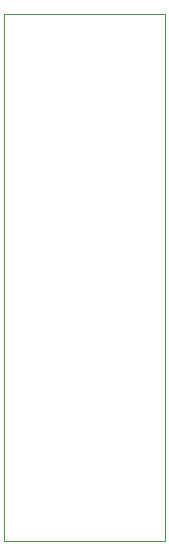
<source format=gbr>
G04 #@! TF.GenerationSoftware,KiCad,Pcbnew,5.1.5*
G04 #@! TF.CreationDate,2020-06-07T16:35:10+08:00*
G04 #@! TF.ProjectId,udisk,75646973-6b2e-46b6-9963-61645f706362,rev?*
G04 #@! TF.SameCoordinates,Original*
G04 #@! TF.FileFunction,Profile,NP*
%FSLAX46Y46*%
G04 Gerber Fmt 4.6, Leading zero omitted, Abs format (unit mm)*
G04 Created by KiCad (PCBNEW 5.1.5) date 2020-06-07 16:35:10*
%MOMM*%
%LPD*%
G04 APERTURE LIST*
%ADD10C,0.050000*%
G04 APERTURE END LIST*
D10*
X127150000Y-77500000D02*
X140750000Y-77500000D01*
X140750000Y-70450000D02*
X140750000Y-77500000D01*
X140750000Y-32800000D02*
X140750000Y-70450000D01*
X127150000Y-32800000D02*
X140750000Y-32800000D01*
X127150000Y-32800000D02*
X127150000Y-77500000D01*
M02*

</source>
